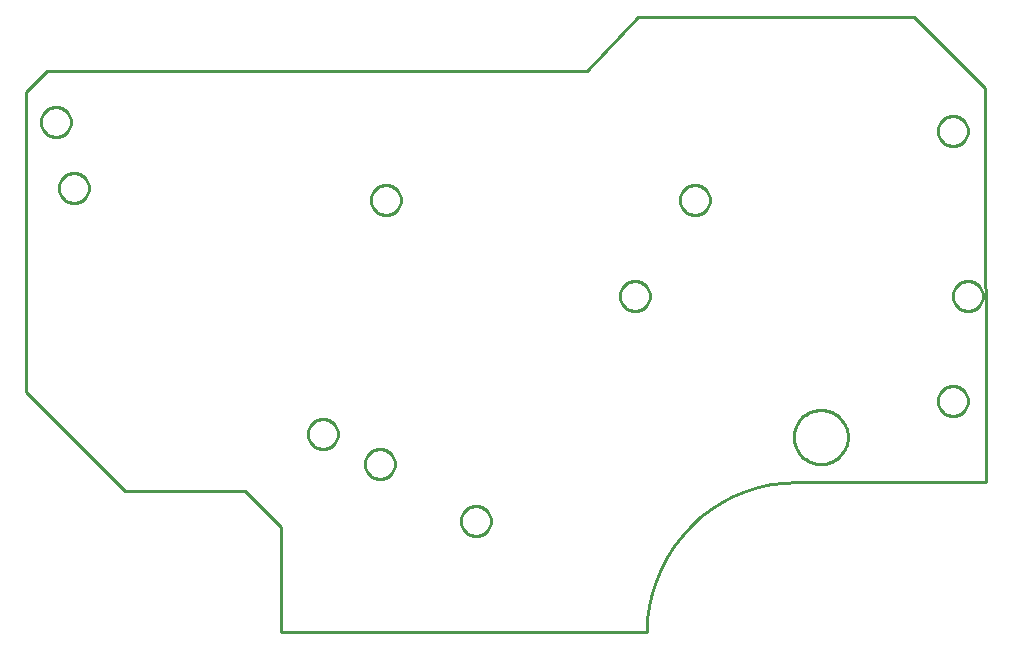
<source format=gbr>
G04 EAGLE Gerber X2 export*
%TF.Part,Single*%
%TF.FileFunction,Profile,NP*%
%TF.FilePolarity,Positive*%
%TF.GenerationSoftware,Autodesk,EAGLE,9.1.0*%
%TF.CreationDate,2019-01-31T10:13:58Z*%
G75*
%MOMM*%
%FSLAX34Y34*%
%LPD*%
%AMOC8*
5,1,8,0,0,1.08239X$1,22.5*%
G01*
%ADD10C,0.254000*%


D10*
X-186Y456952D02*
X0Y203200D01*
X83820Y119380D01*
X185420Y119380D01*
X215900Y88900D01*
X215900Y0D01*
X525780Y0D01*
X526263Y11069D01*
X527709Y22053D01*
X530107Y32870D01*
X533439Y43437D01*
X537679Y53673D01*
X542795Y63500D01*
X548748Y72844D01*
X555492Y81634D01*
X562977Y89803D01*
X571146Y97288D01*
X579936Y104032D01*
X589280Y109985D01*
X599107Y115101D01*
X609343Y119341D01*
X619910Y122673D01*
X630727Y125071D01*
X641711Y126517D01*
X652780Y127000D01*
X812800Y127000D01*
X812424Y457307D01*
X812450Y457516D01*
X812421Y460062D01*
X812418Y460069D01*
X812418Y460649D01*
X812299Y460768D01*
X812287Y460768D01*
X752239Y520807D01*
X518700Y520700D01*
X475000Y475000D01*
X17614Y474752D01*
X-186Y456952D01*
X695960Y164459D02*
X695888Y163178D01*
X695744Y161903D01*
X695530Y160638D01*
X695244Y159388D01*
X694889Y158155D01*
X694465Y156944D01*
X693974Y155759D01*
X693418Y154604D01*
X692797Y153481D01*
X692115Y152395D01*
X691373Y151348D01*
X690573Y150346D01*
X689718Y149389D01*
X688811Y148482D01*
X687854Y147627D01*
X686852Y146827D01*
X685805Y146085D01*
X684719Y145403D01*
X683596Y144782D01*
X682441Y144226D01*
X681256Y143735D01*
X680045Y143311D01*
X678812Y142956D01*
X677562Y142670D01*
X676297Y142456D01*
X675022Y142312D01*
X673741Y142240D01*
X672459Y142240D01*
X671178Y142312D01*
X669903Y142456D01*
X668638Y142670D01*
X667388Y142956D01*
X666155Y143311D01*
X664944Y143735D01*
X663759Y144226D01*
X662604Y144782D01*
X661481Y145403D01*
X660395Y146085D01*
X659348Y146827D01*
X658346Y147627D01*
X657389Y148482D01*
X656482Y149389D01*
X655627Y150346D01*
X654827Y151348D01*
X654085Y152395D01*
X653403Y153481D01*
X652782Y154604D01*
X652226Y155759D01*
X651735Y156944D01*
X651311Y158155D01*
X650956Y159388D01*
X650670Y160638D01*
X650456Y161903D01*
X650312Y163178D01*
X650240Y164459D01*
X650240Y165741D01*
X650312Y167022D01*
X650456Y168297D01*
X650670Y169562D01*
X650956Y170812D01*
X651311Y172045D01*
X651735Y173256D01*
X652226Y174441D01*
X652782Y175596D01*
X653403Y176719D01*
X654085Y177805D01*
X654827Y178852D01*
X655627Y179854D01*
X656482Y180811D01*
X657389Y181718D01*
X658346Y182573D01*
X659348Y183373D01*
X660395Y184115D01*
X661481Y184797D01*
X662604Y185418D01*
X663759Y185974D01*
X664944Y186465D01*
X666155Y186889D01*
X667388Y187244D01*
X668638Y187530D01*
X669903Y187744D01*
X671178Y187888D01*
X672459Y187960D01*
X673741Y187960D01*
X675022Y187888D01*
X676297Y187744D01*
X677562Y187530D01*
X678812Y187244D01*
X680045Y186889D01*
X681256Y186465D01*
X682441Y185974D01*
X683596Y185418D01*
X684719Y184797D01*
X685805Y184115D01*
X686852Y183373D01*
X687854Y182573D01*
X688811Y181718D01*
X689718Y180811D01*
X690573Y179854D01*
X691373Y178852D01*
X692115Y177805D01*
X692797Y176719D01*
X693418Y175596D01*
X693974Y174441D01*
X694465Y173256D01*
X694889Y172045D01*
X695244Y170812D01*
X695530Y169562D01*
X695744Y168297D01*
X695888Y167022D01*
X695960Y165741D01*
X695960Y164459D01*
X38100Y431301D02*
X38022Y430306D01*
X37866Y429320D01*
X37633Y428350D01*
X37324Y427401D01*
X36942Y426479D01*
X36489Y425590D01*
X35968Y424739D01*
X35381Y423931D01*
X34733Y423173D01*
X34027Y422467D01*
X33269Y421819D01*
X32461Y421232D01*
X31610Y420711D01*
X30721Y420258D01*
X29799Y419876D01*
X28850Y419567D01*
X27880Y419334D01*
X26894Y419178D01*
X25899Y419100D01*
X24901Y419100D01*
X23906Y419178D01*
X22920Y419334D01*
X21950Y419567D01*
X21001Y419876D01*
X20079Y420258D01*
X19190Y420711D01*
X18339Y421232D01*
X17531Y421819D01*
X16773Y422467D01*
X16067Y423173D01*
X15419Y423931D01*
X14832Y424739D01*
X14311Y425590D01*
X13858Y426479D01*
X13476Y427401D01*
X13167Y428350D01*
X12934Y429320D01*
X12778Y430306D01*
X12700Y431301D01*
X12700Y432299D01*
X12778Y433294D01*
X12934Y434280D01*
X13167Y435250D01*
X13476Y436199D01*
X13858Y437121D01*
X14311Y438010D01*
X14832Y438861D01*
X15419Y439669D01*
X16067Y440427D01*
X16773Y441133D01*
X17531Y441781D01*
X18339Y442368D01*
X19190Y442889D01*
X20079Y443342D01*
X21001Y443724D01*
X21950Y444033D01*
X22920Y444266D01*
X23906Y444422D01*
X24901Y444500D01*
X25899Y444500D01*
X26894Y444422D01*
X27880Y444266D01*
X28850Y444033D01*
X29799Y443724D01*
X30721Y443342D01*
X31610Y442889D01*
X32461Y442368D01*
X33269Y441781D01*
X34027Y441133D01*
X34733Y440427D01*
X35381Y439669D01*
X35968Y438861D01*
X36489Y438010D01*
X36942Y437121D01*
X37324Y436199D01*
X37633Y435250D01*
X37866Y434280D01*
X38022Y433294D01*
X38100Y432299D01*
X38100Y431301D01*
X797560Y423681D02*
X797482Y422686D01*
X797326Y421700D01*
X797093Y420730D01*
X796784Y419781D01*
X796402Y418859D01*
X795949Y417970D01*
X795428Y417119D01*
X794841Y416311D01*
X794193Y415553D01*
X793487Y414847D01*
X792729Y414199D01*
X791921Y413612D01*
X791070Y413091D01*
X790181Y412638D01*
X789259Y412256D01*
X788310Y411947D01*
X787340Y411714D01*
X786354Y411558D01*
X785359Y411480D01*
X784361Y411480D01*
X783366Y411558D01*
X782380Y411714D01*
X781410Y411947D01*
X780461Y412256D01*
X779539Y412638D01*
X778650Y413091D01*
X777799Y413612D01*
X776991Y414199D01*
X776233Y414847D01*
X775527Y415553D01*
X774879Y416311D01*
X774292Y417119D01*
X773771Y417970D01*
X773318Y418859D01*
X772936Y419781D01*
X772627Y420730D01*
X772394Y421700D01*
X772238Y422686D01*
X772160Y423681D01*
X772160Y424679D01*
X772238Y425674D01*
X772394Y426660D01*
X772627Y427630D01*
X772936Y428579D01*
X773318Y429501D01*
X773771Y430390D01*
X774292Y431241D01*
X774879Y432049D01*
X775527Y432807D01*
X776233Y433513D01*
X776991Y434161D01*
X777799Y434748D01*
X778650Y435269D01*
X779539Y435722D01*
X780461Y436104D01*
X781410Y436413D01*
X782380Y436646D01*
X783366Y436802D01*
X784361Y436880D01*
X785359Y436880D01*
X786354Y436802D01*
X787340Y436646D01*
X788310Y436413D01*
X789259Y436104D01*
X790181Y435722D01*
X791070Y435269D01*
X791921Y434748D01*
X792729Y434161D01*
X793487Y433513D01*
X794193Y432807D01*
X794841Y432049D01*
X795428Y431241D01*
X795949Y430390D01*
X796402Y429501D01*
X796784Y428579D01*
X797093Y427630D01*
X797326Y426660D01*
X797482Y425674D01*
X797560Y424679D01*
X797560Y423681D01*
X797560Y195081D02*
X797482Y194086D01*
X797326Y193100D01*
X797093Y192130D01*
X796784Y191181D01*
X796402Y190259D01*
X795949Y189370D01*
X795428Y188519D01*
X794841Y187711D01*
X794193Y186953D01*
X793487Y186247D01*
X792729Y185599D01*
X791921Y185012D01*
X791070Y184491D01*
X790181Y184038D01*
X789259Y183656D01*
X788310Y183347D01*
X787340Y183114D01*
X786354Y182958D01*
X785359Y182880D01*
X784361Y182880D01*
X783366Y182958D01*
X782380Y183114D01*
X781410Y183347D01*
X780461Y183656D01*
X779539Y184038D01*
X778650Y184491D01*
X777799Y185012D01*
X776991Y185599D01*
X776233Y186247D01*
X775527Y186953D01*
X774879Y187711D01*
X774292Y188519D01*
X773771Y189370D01*
X773318Y190259D01*
X772936Y191181D01*
X772627Y192130D01*
X772394Y193100D01*
X772238Y194086D01*
X772160Y195081D01*
X772160Y196079D01*
X772238Y197074D01*
X772394Y198060D01*
X772627Y199030D01*
X772936Y199979D01*
X773318Y200901D01*
X773771Y201790D01*
X774292Y202641D01*
X774879Y203449D01*
X775527Y204207D01*
X776233Y204913D01*
X776991Y205561D01*
X777799Y206148D01*
X778650Y206669D01*
X779539Y207122D01*
X780461Y207504D01*
X781410Y207813D01*
X782380Y208046D01*
X783366Y208202D01*
X784361Y208280D01*
X785359Y208280D01*
X786354Y208202D01*
X787340Y208046D01*
X788310Y207813D01*
X789259Y207504D01*
X790181Y207122D01*
X791070Y206669D01*
X791921Y206148D01*
X792729Y205561D01*
X793487Y204913D01*
X794193Y204207D01*
X794841Y203449D01*
X795428Y202641D01*
X795949Y201790D01*
X796402Y200901D01*
X796784Y199979D01*
X797093Y199030D01*
X797326Y198060D01*
X797482Y197074D01*
X797560Y196079D01*
X797560Y195081D01*
X317500Y365261D02*
X317422Y364266D01*
X317266Y363280D01*
X317033Y362310D01*
X316724Y361361D01*
X316342Y360439D01*
X315889Y359550D01*
X315368Y358699D01*
X314781Y357891D01*
X314133Y357133D01*
X313427Y356427D01*
X312669Y355779D01*
X311861Y355192D01*
X311010Y354671D01*
X310121Y354218D01*
X309199Y353836D01*
X308250Y353527D01*
X307280Y353294D01*
X306294Y353138D01*
X305299Y353060D01*
X304301Y353060D01*
X303306Y353138D01*
X302320Y353294D01*
X301350Y353527D01*
X300401Y353836D01*
X299479Y354218D01*
X298590Y354671D01*
X297739Y355192D01*
X296931Y355779D01*
X296173Y356427D01*
X295467Y357133D01*
X294819Y357891D01*
X294232Y358699D01*
X293711Y359550D01*
X293258Y360439D01*
X292876Y361361D01*
X292567Y362310D01*
X292334Y363280D01*
X292178Y364266D01*
X292100Y365261D01*
X292100Y366259D01*
X292178Y367254D01*
X292334Y368240D01*
X292567Y369210D01*
X292876Y370159D01*
X293258Y371081D01*
X293711Y371970D01*
X294232Y372821D01*
X294819Y373629D01*
X295467Y374387D01*
X296173Y375093D01*
X296931Y375741D01*
X297739Y376328D01*
X298590Y376849D01*
X299479Y377302D01*
X300401Y377684D01*
X301350Y377993D01*
X302320Y378226D01*
X303306Y378382D01*
X304301Y378460D01*
X305299Y378460D01*
X306294Y378382D01*
X307280Y378226D01*
X308250Y377993D01*
X309199Y377684D01*
X310121Y377302D01*
X311010Y376849D01*
X311861Y376328D01*
X312669Y375741D01*
X313427Y375093D01*
X314133Y374387D01*
X314781Y373629D01*
X315368Y372821D01*
X315889Y371970D01*
X316342Y371081D01*
X316724Y370159D01*
X317033Y369210D01*
X317266Y368240D01*
X317422Y367254D01*
X317500Y366259D01*
X317500Y365261D01*
X579120Y365261D02*
X579042Y364266D01*
X578886Y363280D01*
X578653Y362310D01*
X578344Y361361D01*
X577962Y360439D01*
X577509Y359550D01*
X576988Y358699D01*
X576401Y357891D01*
X575753Y357133D01*
X575047Y356427D01*
X574289Y355779D01*
X573481Y355192D01*
X572630Y354671D01*
X571741Y354218D01*
X570819Y353836D01*
X569870Y353527D01*
X568900Y353294D01*
X567914Y353138D01*
X566919Y353060D01*
X565921Y353060D01*
X564926Y353138D01*
X563940Y353294D01*
X562970Y353527D01*
X562021Y353836D01*
X561099Y354218D01*
X560210Y354671D01*
X559359Y355192D01*
X558551Y355779D01*
X557793Y356427D01*
X557087Y357133D01*
X556439Y357891D01*
X555852Y358699D01*
X555331Y359550D01*
X554878Y360439D01*
X554496Y361361D01*
X554187Y362310D01*
X553954Y363280D01*
X553798Y364266D01*
X553720Y365261D01*
X553720Y366259D01*
X553798Y367254D01*
X553954Y368240D01*
X554187Y369210D01*
X554496Y370159D01*
X554878Y371081D01*
X555331Y371970D01*
X555852Y372821D01*
X556439Y373629D01*
X557087Y374387D01*
X557793Y375093D01*
X558551Y375741D01*
X559359Y376328D01*
X560210Y376849D01*
X561099Y377302D01*
X562021Y377684D01*
X562970Y377993D01*
X563940Y378226D01*
X564926Y378382D01*
X565921Y378460D01*
X566919Y378460D01*
X567914Y378382D01*
X568900Y378226D01*
X569870Y377993D01*
X570819Y377684D01*
X571741Y377302D01*
X572630Y376849D01*
X573481Y376328D01*
X574289Y375741D01*
X575047Y375093D01*
X575753Y374387D01*
X576401Y373629D01*
X576988Y372821D01*
X577509Y371970D01*
X577962Y371081D01*
X578344Y370159D01*
X578653Y369210D01*
X578886Y368240D01*
X579042Y367254D01*
X579120Y366259D01*
X579120Y365261D01*
X312420Y141741D02*
X312342Y140746D01*
X312186Y139760D01*
X311953Y138790D01*
X311644Y137841D01*
X311262Y136919D01*
X310809Y136030D01*
X310288Y135179D01*
X309701Y134371D01*
X309053Y133613D01*
X308347Y132907D01*
X307589Y132259D01*
X306781Y131672D01*
X305930Y131151D01*
X305041Y130698D01*
X304119Y130316D01*
X303170Y130007D01*
X302200Y129774D01*
X301214Y129618D01*
X300219Y129540D01*
X299221Y129540D01*
X298226Y129618D01*
X297240Y129774D01*
X296270Y130007D01*
X295321Y130316D01*
X294399Y130698D01*
X293510Y131151D01*
X292659Y131672D01*
X291851Y132259D01*
X291093Y132907D01*
X290387Y133613D01*
X289739Y134371D01*
X289152Y135179D01*
X288631Y136030D01*
X288178Y136919D01*
X287796Y137841D01*
X287487Y138790D01*
X287254Y139760D01*
X287098Y140746D01*
X287020Y141741D01*
X287020Y142739D01*
X287098Y143734D01*
X287254Y144720D01*
X287487Y145690D01*
X287796Y146639D01*
X288178Y147561D01*
X288631Y148450D01*
X289152Y149301D01*
X289739Y150109D01*
X290387Y150867D01*
X291093Y151573D01*
X291851Y152221D01*
X292659Y152808D01*
X293510Y153329D01*
X294399Y153782D01*
X295321Y154164D01*
X296270Y154473D01*
X297240Y154706D01*
X298226Y154862D01*
X299221Y154940D01*
X300219Y154940D01*
X301214Y154862D01*
X302200Y154706D01*
X303170Y154473D01*
X304119Y154164D01*
X305041Y153782D01*
X305930Y153329D01*
X306781Y152808D01*
X307589Y152221D01*
X308347Y151573D01*
X309053Y150867D01*
X309701Y150109D01*
X310288Y149301D01*
X310809Y148450D01*
X311262Y147561D01*
X311644Y146639D01*
X311953Y145690D01*
X312186Y144720D01*
X312342Y143734D01*
X312420Y142739D01*
X312420Y141741D01*
X528320Y283981D02*
X528242Y282986D01*
X528086Y282000D01*
X527853Y281030D01*
X527544Y280081D01*
X527162Y279159D01*
X526709Y278270D01*
X526188Y277419D01*
X525601Y276611D01*
X524953Y275853D01*
X524247Y275147D01*
X523489Y274499D01*
X522681Y273912D01*
X521830Y273391D01*
X520941Y272938D01*
X520019Y272556D01*
X519070Y272247D01*
X518100Y272014D01*
X517114Y271858D01*
X516119Y271780D01*
X515121Y271780D01*
X514126Y271858D01*
X513140Y272014D01*
X512170Y272247D01*
X511221Y272556D01*
X510299Y272938D01*
X509410Y273391D01*
X508559Y273912D01*
X507751Y274499D01*
X506993Y275147D01*
X506287Y275853D01*
X505639Y276611D01*
X505052Y277419D01*
X504531Y278270D01*
X504078Y279159D01*
X503696Y280081D01*
X503387Y281030D01*
X503154Y282000D01*
X502998Y282986D01*
X502920Y283981D01*
X502920Y284979D01*
X502998Y285974D01*
X503154Y286960D01*
X503387Y287930D01*
X503696Y288879D01*
X504078Y289801D01*
X504531Y290690D01*
X505052Y291541D01*
X505639Y292349D01*
X506287Y293107D01*
X506993Y293813D01*
X507751Y294461D01*
X508559Y295048D01*
X509410Y295569D01*
X510299Y296022D01*
X511221Y296404D01*
X512170Y296713D01*
X513140Y296946D01*
X514126Y297102D01*
X515121Y297180D01*
X516119Y297180D01*
X517114Y297102D01*
X518100Y296946D01*
X519070Y296713D01*
X520019Y296404D01*
X520941Y296022D01*
X521830Y295569D01*
X522681Y295048D01*
X523489Y294461D01*
X524247Y293813D01*
X524953Y293107D01*
X525601Y292349D01*
X526188Y291541D01*
X526709Y290690D01*
X527162Y289801D01*
X527544Y288879D01*
X527853Y287930D01*
X528086Y286960D01*
X528242Y285974D01*
X528320Y284979D01*
X528320Y283981D01*
X264160Y167141D02*
X264082Y166146D01*
X263926Y165160D01*
X263693Y164190D01*
X263384Y163241D01*
X263002Y162319D01*
X262549Y161430D01*
X262028Y160579D01*
X261441Y159771D01*
X260793Y159013D01*
X260087Y158307D01*
X259329Y157659D01*
X258521Y157072D01*
X257670Y156551D01*
X256781Y156098D01*
X255859Y155716D01*
X254910Y155407D01*
X253940Y155174D01*
X252954Y155018D01*
X251959Y154940D01*
X250961Y154940D01*
X249966Y155018D01*
X248980Y155174D01*
X248010Y155407D01*
X247061Y155716D01*
X246139Y156098D01*
X245250Y156551D01*
X244399Y157072D01*
X243591Y157659D01*
X242833Y158307D01*
X242127Y159013D01*
X241479Y159771D01*
X240892Y160579D01*
X240371Y161430D01*
X239918Y162319D01*
X239536Y163241D01*
X239227Y164190D01*
X238994Y165160D01*
X238838Y166146D01*
X238760Y167141D01*
X238760Y168139D01*
X238838Y169134D01*
X238994Y170120D01*
X239227Y171090D01*
X239536Y172039D01*
X239918Y172961D01*
X240371Y173850D01*
X240892Y174701D01*
X241479Y175509D01*
X242127Y176267D01*
X242833Y176973D01*
X243591Y177621D01*
X244399Y178208D01*
X245250Y178729D01*
X246139Y179182D01*
X247061Y179564D01*
X248010Y179873D01*
X248980Y180106D01*
X249966Y180262D01*
X250961Y180340D01*
X251959Y180340D01*
X252954Y180262D01*
X253940Y180106D01*
X254910Y179873D01*
X255859Y179564D01*
X256781Y179182D01*
X257670Y178729D01*
X258521Y178208D01*
X259329Y177621D01*
X260087Y176973D01*
X260793Y176267D01*
X261441Y175509D01*
X262028Y174701D01*
X262549Y173850D01*
X263002Y172961D01*
X263384Y172039D01*
X263693Y171090D01*
X263926Y170120D01*
X264082Y169134D01*
X264160Y168139D01*
X264160Y167141D01*
X393700Y93481D02*
X393622Y92486D01*
X393466Y91500D01*
X393233Y90530D01*
X392924Y89581D01*
X392542Y88659D01*
X392089Y87770D01*
X391568Y86919D01*
X390981Y86111D01*
X390333Y85353D01*
X389627Y84647D01*
X388869Y83999D01*
X388061Y83412D01*
X387210Y82891D01*
X386321Y82438D01*
X385399Y82056D01*
X384450Y81747D01*
X383480Y81514D01*
X382494Y81358D01*
X381499Y81280D01*
X380501Y81280D01*
X379506Y81358D01*
X378520Y81514D01*
X377550Y81747D01*
X376601Y82056D01*
X375679Y82438D01*
X374790Y82891D01*
X373939Y83412D01*
X373131Y83999D01*
X372373Y84647D01*
X371667Y85353D01*
X371019Y86111D01*
X370432Y86919D01*
X369911Y87770D01*
X369458Y88659D01*
X369076Y89581D01*
X368767Y90530D01*
X368534Y91500D01*
X368378Y92486D01*
X368300Y93481D01*
X368300Y94479D01*
X368378Y95474D01*
X368534Y96460D01*
X368767Y97430D01*
X369076Y98379D01*
X369458Y99301D01*
X369911Y100190D01*
X370432Y101041D01*
X371019Y101849D01*
X371667Y102607D01*
X372373Y103313D01*
X373131Y103961D01*
X373939Y104548D01*
X374790Y105069D01*
X375679Y105522D01*
X376601Y105904D01*
X377550Y106213D01*
X378520Y106446D01*
X379506Y106602D01*
X380501Y106680D01*
X381499Y106680D01*
X382494Y106602D01*
X383480Y106446D01*
X384450Y106213D01*
X385399Y105904D01*
X386321Y105522D01*
X387210Y105069D01*
X388061Y104548D01*
X388869Y103961D01*
X389627Y103313D01*
X390333Y102607D01*
X390981Y101849D01*
X391568Y101041D01*
X392089Y100190D01*
X392542Y99301D01*
X392924Y98379D01*
X393233Y97430D01*
X393466Y96460D01*
X393622Y95474D01*
X393700Y94479D01*
X393700Y93481D01*
X810260Y283981D02*
X810182Y282986D01*
X810026Y282000D01*
X809793Y281030D01*
X809484Y280081D01*
X809102Y279159D01*
X808649Y278270D01*
X808128Y277419D01*
X807541Y276611D01*
X806893Y275853D01*
X806187Y275147D01*
X805429Y274499D01*
X804621Y273912D01*
X803770Y273391D01*
X802881Y272938D01*
X801959Y272556D01*
X801010Y272247D01*
X800040Y272014D01*
X799054Y271858D01*
X798059Y271780D01*
X797061Y271780D01*
X796066Y271858D01*
X795080Y272014D01*
X794110Y272247D01*
X793161Y272556D01*
X792239Y272938D01*
X791350Y273391D01*
X790499Y273912D01*
X789691Y274499D01*
X788933Y275147D01*
X788227Y275853D01*
X787579Y276611D01*
X786992Y277419D01*
X786471Y278270D01*
X786018Y279159D01*
X785636Y280081D01*
X785327Y281030D01*
X785094Y282000D01*
X784938Y282986D01*
X784860Y283981D01*
X784860Y284979D01*
X784938Y285974D01*
X785094Y286960D01*
X785327Y287930D01*
X785636Y288879D01*
X786018Y289801D01*
X786471Y290690D01*
X786992Y291541D01*
X787579Y292349D01*
X788227Y293107D01*
X788933Y293813D01*
X789691Y294461D01*
X790499Y295048D01*
X791350Y295569D01*
X792239Y296022D01*
X793161Y296404D01*
X794110Y296713D01*
X795080Y296946D01*
X796066Y297102D01*
X797061Y297180D01*
X798059Y297180D01*
X799054Y297102D01*
X800040Y296946D01*
X801010Y296713D01*
X801959Y296404D01*
X802881Y296022D01*
X803770Y295569D01*
X804621Y295048D01*
X805429Y294461D01*
X806187Y293813D01*
X806893Y293107D01*
X807541Y292349D01*
X808128Y291541D01*
X808649Y290690D01*
X809102Y289801D01*
X809484Y288879D01*
X809793Y287930D01*
X810026Y286960D01*
X810182Y285974D01*
X810260Y284979D01*
X810260Y283981D01*
X53340Y375421D02*
X53262Y374426D01*
X53106Y373440D01*
X52873Y372470D01*
X52564Y371521D01*
X52182Y370599D01*
X51729Y369710D01*
X51208Y368859D01*
X50621Y368051D01*
X49973Y367293D01*
X49267Y366587D01*
X48509Y365939D01*
X47701Y365352D01*
X46850Y364831D01*
X45961Y364378D01*
X45039Y363996D01*
X44090Y363687D01*
X43120Y363454D01*
X42134Y363298D01*
X41139Y363220D01*
X40141Y363220D01*
X39146Y363298D01*
X38160Y363454D01*
X37190Y363687D01*
X36241Y363996D01*
X35319Y364378D01*
X34430Y364831D01*
X33579Y365352D01*
X32771Y365939D01*
X32013Y366587D01*
X31307Y367293D01*
X30659Y368051D01*
X30072Y368859D01*
X29551Y369710D01*
X29098Y370599D01*
X28716Y371521D01*
X28407Y372470D01*
X28174Y373440D01*
X28018Y374426D01*
X27940Y375421D01*
X27940Y376419D01*
X28018Y377414D01*
X28174Y378400D01*
X28407Y379370D01*
X28716Y380319D01*
X29098Y381241D01*
X29551Y382130D01*
X30072Y382981D01*
X30659Y383789D01*
X31307Y384547D01*
X32013Y385253D01*
X32771Y385901D01*
X33579Y386488D01*
X34430Y387009D01*
X35319Y387462D01*
X36241Y387844D01*
X37190Y388153D01*
X38160Y388386D01*
X39146Y388542D01*
X40141Y388620D01*
X41139Y388620D01*
X42134Y388542D01*
X43120Y388386D01*
X44090Y388153D01*
X45039Y387844D01*
X45961Y387462D01*
X46850Y387009D01*
X47701Y386488D01*
X48509Y385901D01*
X49267Y385253D01*
X49973Y384547D01*
X50621Y383789D01*
X51208Y382981D01*
X51729Y382130D01*
X52182Y381241D01*
X52564Y380319D01*
X52873Y379370D01*
X53106Y378400D01*
X53262Y377414D01*
X53340Y376419D01*
X53340Y375421D01*
M02*

</source>
